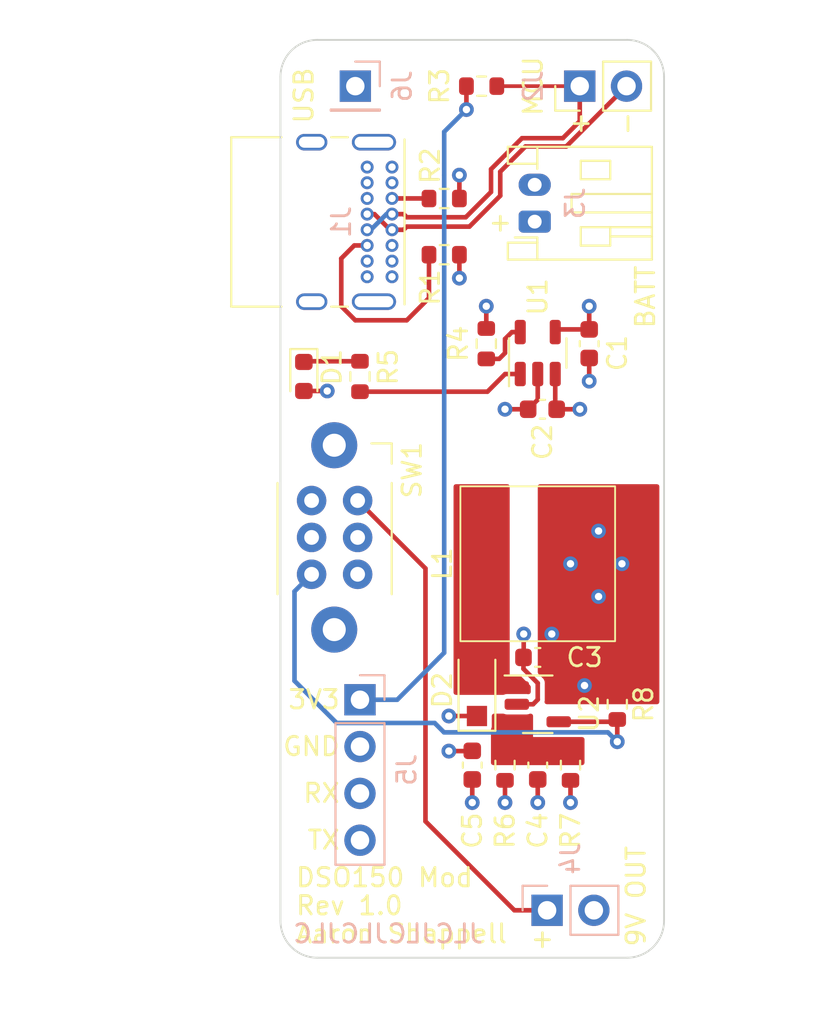
<source format=kicad_pcb>
(kicad_pcb (version 20211014) (generator pcbnew)
  (title_block (title "DSO150 Mod") (date "2022-09-12") (rev "1.0") (company "Aaron Shappell"))
  (layers (0 "F.Cu" signal) (1 "In1.Cu" power) (2 "In2.Cu" power) (31 "B.Cu" signal) (34 "B.Paste" user) (35 "F.Paste" user) (36 "B.SilkS" user "B.Silkscreen") (37 "F.SilkS" user "F.Silkscreen") (38 "B.Mask" user) (39 "F.Mask" user) (44 "Edge.Cuts" user))
  (net 0 "")
  (net 1 "+5V")
  (net 2 "GND")
  (net 3 "+BATT")
  (net 4 "+9V")
  (net 5 "Net-(C4-Pad2)")
  (net 6 "Net-(D2-Pad2)")
  (net 7 "Net-(J1-PadA5)")
  (net 9 "Net-(J1-PadB5)")
  (net 11 "+3.3V")
  (net 12 "Net-(R4-Pad1)")
  (net 15 "Net-(D1-Pad1)")
  (net 17 "Net-(R5-Pad1)")
  (net 18 "/D+")
  (net 19 "/D-")
  (net 20 "Net-(J4-Pad1)")
  (net 21 "Net-(R8-Pad2)")
  (footprint "Connector_PinHeader_2.54mm:PinHeader_1x02_P2.54mm_Vertical" (layer "F.Cu") (at 155.443 75.692 90)
    (fp_text reference "J2" (at 0 -2.535 90) (layer "B.SilkS") (effects (justify mirror)))
    (fp_text value "Conn_01x02")
    (fp_line (start -1.33 0) (end -1.33 -1.33) (layer "F.SilkS") (width 0.12))
    (fp_line (start -1.33 3.87) (end 1.33 3.87) (layer "F.SilkS") (width 0.12))
    (fp_line (start -1.33 -1.33) (end 0 -1.33) (layer "F.SilkS") (width 0.12))
    (fp_line (start -1.33 1.27) (end 1.33 1.27) (layer "F.SilkS") (width 0.12))
    (fp_line (start 1.33 1.27) (end 1.33 3.87) (layer "F.SilkS") (width 0.12))
    (fp_line (start -1.33 1.27) (end -1.33 3.87) (layer "F.SilkS") (width 0.12))
    (pad "1" thru_hole rect (at 0 0 90) (size 1.7 1.7) (drill 1) (layers *.Cu *.Mask) (net 18 "/D+"))
    (pad "2" thru_hole oval (at 0 2.54 90) (size 1.7 1.7) (drill 1) (layers *.Cu *.Mask) (net 19 "/D-"))
  )
  (footprint "Connector_JST:JST_PH_S2B-PH-K_1x02_P2.00mm_Horizontal" (layer "F.Cu") (at 152.998 83.042 90)
    (fp_text reference "J3" (at 1 2.196 90) (layer "B.SilkS") (effects (justify mirror)))
    (fp_text value "Conn_01x02")
    (fp_line (start 4.06 6.36) (end 4.06 -1.46) (layer "F.SilkS") (width 0.12))
    (fp_line (start 3.3 2.5) (end 3.3 4.1) (layer "F.SilkS") (width 0.12))
    (fp_line (start 1.5 2) (end 1.5 6.36) (layer "F.SilkS") (width 0.12))
    (fp_line (start 2.3 4.1) (end 2.3 2.5) (layer "F.SilkS") (width 0.12))
    (fp_line (start -0.8 4.1) (end -0.8 6.36) (layer "F.SilkS") (width 0.12))
    (fp_line (start -0.86 0.14) (end -1.14 0.14) (layer "F.SilkS") (width 0.12))
    (fp_line (start -2.06 -1.46) (end -2.06 6.36) (layer "F.SilkS") (width 0.12))
    (fp_line (start 4.06 0.14) (end 3.14 0.14) (layer "F.SilkS") (width 0.12))
    (fp_line (start 3.14 0.14) (end 2.86 0.14) (layer "F.SilkS") (width 0.12))
    (fp_line (start -0.3 2.5) (end -1.3 2.5) (layer "F.SilkS") (width 0.12))
    (fp_line (start -0.3 4.1) (end -0.3 6.36) (layer "F.SilkS") (width 0.12))
    (fp_line (start 4.06 -1.46) (end 3.14 -1.46) (layer "F.SilkS") (width 0.12))
    (fp_line (start -0.3 4.1) (end -0.3 2.5) (layer "F.SilkS") (width 0.12))
    (fp_line (start -2.06 0.14) (end -1.14 0.14) (layer "F.SilkS") (width 0.12))
    (fp_line (start -0.86 0.14) (end -0.86 -1.075) (layer "F.SilkS") (width 0.12))
    (fp_line (start 3.3 4.1) (end 2.3 4.1) (layer "F.SilkS") (width 0.12))
    (fp_line (start 2.3 2.5) (end 3.3 2.5) (layer "F.SilkS") (width 0.12))
    (fp_line (start -1.3 4.1) (end -0.3 4.1) (layer "F.SilkS") (width 0.12))
    (fp_line (start -1.14 -1.46) (end -2.06 -1.46) (layer "F.SilkS") (width 0.12))
    (fp_line (start -1.14 0.14) (end -1.14 -1.46) (layer "F.SilkS") (width 0.12))
    (fp_line (start -1.3 2.5) (end -1.3 4.1) (layer "F.SilkS") (width 0.12))
    (fp_line (start -2.06 6.36) (end 4.06 6.36) (layer "F.SilkS") (width 0.12))
    (fp_line (start 3.14 -1.46) (end 3.14 0.14) (layer "F.SilkS") (width 0.12))
    (fp_line (start 0.5 2) (end 1.5 2) (layer "F.SilkS") (width 0.12))
    (fp_line (start 0.5 6.36) (end 0.5 2) (layer "F.SilkS") (width 0.12))
    (pad "1" thru_hole roundrect (at 0 0 90) (size 1.2 1.75) (drill 0.75) (layers *.Cu *.Mask) (roundrect_rratio 0.2083333333) (net 3 "+BATT"))
    (pad "2" thru_hole oval (at 2 0 90) (size 1.2 1.75) (drill 0.75) (layers *.Cu *.Mask) (net 2 "GND"))
  )
  (footprint "Capacitor_SMD:C_0603_1608Metric" (layer "F.Cu") (at 153.416 93.218 180)
    (fp_text reference "C2" (at 0 -1.778 90) (layer "F.SilkS"))
    (fp_text value "4.7u")
    (fp_line (start -0.14058 0.51) (end 0.14058 0.51) (layer "F.SilkS") (width 0.12))
    (fp_line (start -0.14058 -0.51) (end 0.14058 -0.51) (layer "F.SilkS") (width 0.12))
    (pad "1" smd roundrect (at -0.775 0 180) (size 0.9 0.95) (layers "F.Cu" "F.Paste" "F.Mask") (net 3 "+BATT"))
    (pad "2" smd roundrect (at 0.775 0 180) (size 0.9 0.95) (layers "F.Cu" "F.Paste" "F.Mask") (net 2 "GND"))
  )
  (footprint "Resistor_SMD:R_0603_1608Metric" (layer "F.Cu") (at 150.368 89.662 90)
    (fp_text reference "R4" (at 0 -1.524 90) (layer "F.SilkS"))
    (fp_text value "2k")
    (fp_line (start -0.237258 -0.5225) (end 0.237258 -0.5225) (layer "F.SilkS") (width 0.12))
    (fp_line (start -0.237258 0.5225) (end 0.237258 0.5225) (layer "F.SilkS") (width 0.12))
    (pad "1" smd roundrect (at -0.825 0 90) (size 0.8 0.95) (layers "F.Cu" "F.Paste" "F.Mask") (net 12 "Net-(R4-Pad1)"))
    (pad "2" smd roundrect (at 0.825 0 90) (size 0.8 0.95) (layers "F.Cu" "F.Paste" "F.Mask") (net 2 "GND"))
  )
  (footprint "Capacitor_SMD:C_0603_1608Metric" (layer "F.Cu") (at 153.162 112.522 90)
    (fp_text reference "C4" (at -3.556 0 90) (layer "F.SilkS"))
    (fp_text value "470p")
    (fp_line (start -0.14058 0.51) (end 0.14058 0.51) (layer "F.SilkS") (width 0.12))
    (fp_line (start -0.14058 -0.51) (end 0.14058 -0.51) (layer "F.SilkS") (width 0.12))
    (pad "1" smd roundrect (at -0.775 0 90) (size 0.9 0.95) (layers "F.Cu" "F.Paste" "F.Mask") (net 4 "+9V"))
    (pad "2" smd roundrect (at 0.775 0 90) (size 0.9 0.95) (layers "F.Cu" "F.Paste" "F.Mask") (net 5 "Net-(C4-Pad2)"))
  )
  (footprint "Resistor_SMD:R_0603_1608Metric" (layer "F.Cu") (at 150.114 75.692)
    (fp_text reference "R3" (at -2.286 0 90) (layer "F.SilkS"))
    (fp_text value "1.5k")
    (fp_line (start -0.237258 0.5225) (end 0.237258 0.5225) (layer "F.SilkS") (width 0.12))
    (fp_line (start -0.237258 -0.5225) (end 0.237258 -0.5225) (layer "F.SilkS") (width 0.12))
    (pad "1" smd roundrect (at -0.825 0) (size 0.8 0.95) (layers "F.Cu" "F.Paste" "F.Mask") (net 11 "+3.3V"))
    (pad "2" smd roundrect (at 0.825 0) (size 0.8 0.95) (layers "F.Cu" "F.Paste" "F.Mask") (net 18 "/D+"))
  )
  (footprint "Capacitor_SMD:C_0603_1608Metric" (layer "F.Cu") (at 153.162 106.68 180)
    (fp_text reference "C3" (at -2.54 0) (layer "F.SilkS"))
    (fp_text value "2.2u")
    (fp_line (start -0.14058 -0.51) (end 0.14058 -0.51) (layer "F.SilkS") (width 0.12))
    (fp_line (start -0.14058 0.51) (end 0.14058 0.51) (layer "F.SilkS") (width 0.12))
    (pad "1" smd roundrect (at -0.775 0 180) (size 0.9 0.95) (layers "F.Cu" "F.Paste" "F.Mask") (net 3 "+BATT"))
    (pad "2" smd roundrect (at 0.775 0 180) (size 0.9 0.95) (layers "F.Cu" "F.Paste" "F.Mask") (net 2 "GND"))
  )
  (footprint "Capacitor_SMD:C_0603_1608Metric" (layer "F.Cu") (at 149.606 112.522 90)
    (fp_text reference "C5" (at -3.556 0 90) (layer "F.SilkS"))
    (fp_text value "10u")
    (fp_line (start -0.14058 -0.51) (end 0.14058 -0.51) (layer "F.SilkS") (width 0.12))
    (fp_line (start -0.14058 0.51) (end 0.14058 0.51) (layer "F.SilkS") (width 0.12))
    (pad "1" smd roundrect (at -0.775 0 90) (size 0.9 0.95) (layers "F.Cu" "F.Paste" "F.Mask") (net 4 "+9V"))
    (pad "2" smd roundrect (at 0.775 0 90) (size 0.9 0.95) (layers "F.Cu" "F.Paste" "F.Mask") (net 2 "GND"))
  )
  (footprint "dso150_mod:L_Bourns_SRR0745A" (layer "F.Cu") (at 153.162 101.6 180)
    (fp_text reference "L1" (at 5.182 0 270) (layer "F.SilkS"))
    (fp_text value "12u")
    (fp_rect (start -4.2 -4.2) (end 4.2 4.2) (layer "F.SilkS") (width 0.1) (fill none))
    (pad "1" smd rect (at -3.15 0 180) (size 1.5 2.4) (layers "F.Cu" "F.Paste" "F.Mask") (net 3 "+BATT"))
    (pad "2" smd rect (at 3.15 0 180) (size 1.5 2.4) (layers "F.Cu" "F.Paste" "F.Mask") (net 6 "Net-(D2-Pad2)"))
  )
  (footprint "LED_SMD:LED_0603_1608Metric" (layer "F.Cu") (at 140.462 91.44 -90)
    (fp_text reference "D1" (at -0.508 -1.524 90) (layer "F.SilkS"))
    (fp_text value "LED")
    (fp_line (start 0.8 -0.735) (end -1.485 -0.735) (layer "F.SilkS") (width 0.12))
    (fp_line (start -1.485 0.735) (end 0.8 0.735) (layer "F.SilkS") (width 0.12))
    (fp_line (start -1.485 -0.735) (end -1.485 0.735) (layer "F.SilkS") (width 0.12))
    (pad "1" smd roundrect (at -0.7875 0 270) (size 0.875 0.95) (layers "F.Cu" "F.Paste" "F.Mask") (net 15 "Net-(D1-Pad1)"))
    (pad "2" smd roundrect (at 0.7875 0 270) (size 0.875 0.95) (layers "F.Cu" "F.Paste" "F.Mask") (net 1 "+5V"))
  )
  (footprint "Resistor_SMD:R_0603_1608Metric" (layer "F.Cu") (at 148.082 81.788)
    (fp_text reference "R2" (at -0.762 -1.778 90) (layer "F.SilkS"))
    (fp_text value "5.1k")
    (fp_line (start -0.237258 -0.5225) (end 0.237258 -0.5225) (layer "F.SilkS") (width 0.12))
    (fp_line (start -0.237258 0.5225) (end 0.237258 0.5225) (layer "F.SilkS") (width 0.12))
    (pad "1" smd roundrect (at -0.825 0) (size 0.8 0.95) (layers "F.Cu" "F.Paste" "F.Mask") (net 7 "Net-(J1-PadA5)"))
    (pad "2" smd roundrect (at 0.825 0) (size 0.8 0.95) (layers "F.Cu" "F.Paste" "F.Mask") (net 2 "GND"))
  )
  (footprint "Capacitor_SMD:C_0603_1608Metric" (layer "F.Cu") (at 155.956 89.662 -90)
    (fp_text reference "C1" (at 0.508 -1.524 90) (layer "F.SilkS"))
    (fp_text value "4.7u")
    (fp_line (start -0.14058 -0.51) (end 0.14058 -0.51) (layer "F.SilkS") (width 0.12))
    (fp_line (start -0.14058 0.51) (end 0.14058 0.51) (layer "F.SilkS") (width 0.12))
    (pad "1" smd roundrect (at -0.775 0 270) (size 0.9 0.95) (layers "F.Cu" "F.Paste" "F.Mask") (net 1 "+5V"))
    (pad "2" smd roundrect (at 0.775 0 270) (size 0.9 0.95) (layers "F.Cu" "F.Paste" "F.Mask") (net 2 "GND"))
  )
  (footprint "dso150_mod:SW_E-Switch_EG2208_DPDT_Angled" (layer "F.Cu") (at 143.383 98.171 -90)
    (fp_text reference "SW1" (at -1.651 -2.95 -90) (layer "F.SilkS"))
    (fp_text value "EG2208")
    (fp_line (start -3.1 -0.75) (end -3.1 -1.85) (layer "F.SilkS") (width 0.12))
    (fp_line (start -0.95 -1.85) (end 5.08 -1.85) (layer "F.SilkS") (width 0.12))
    (fp_line (start 5.08 4.35) (end -0.95 4.35) (layer "F.SilkS") (width 0.12))
    (fp_line (start -3.1 -1.85) (end -2 -1.85) (layer "F.SilkS") (width 0.12))
    (pad "" thru_hole circle (at -3 1.27 270) (size 2.5 2.5) (drill 1.25) (layers *.Cu *.Mask))
    (pad "" thru_hole circle (at 7 1.27 270) (size 2.5 2.5) (drill 1.25) (layers *.Cu *.Mask))
    (pad "1" thru_hole circle (at 0 0 270) (size 1.6 1.6) (drill 0.8) (layers *.Cu *.Mask) (net 20 "Net-(J4-Pad1)"))
    (pad "2" thru_hole circle (at 2 0 270) (size 1.6 1.6) (drill 0.8) (layers *.Cu *.Mask) (net 4 "+9V"))
    (pad "3" thru_hole circle (at 4 0 270) (size 1.6 1.6) (drill 0.8) (layers *.Cu *.Mask))
    (pad "4" thru_hole circle (at 0 2.5 270) (size 1.6 1.6) (drill 0.8) (layers *.Cu *.Mask))
    (pad "5" thru_hole circle (at 2 2.5 270) (size 1.6 1.6) (drill 0.8) (layers *.Cu *.Mask) (net 2 "GND"))
    (pad "6" thru_hole circle (at 4 2.5 270) (size 1.6 1.6) (drill 0.8) (layers *.Cu *.Mask) (net 21 "Net-(R8-Pad2)"))
  )
  (footprint "Resistor_SMD:R_0603_1608Metric" (layer "F.Cu") (at 148.082 84.836)
    (fp_text reference "R1" (at -0.762 1.778 90) (layer "F.SilkS"))
    (fp_text value "5.1k")
    (fp_line (start -0.237258 0.5225) (end 0.237258 0.5225) (layer "F.SilkS") (width 0.12))
    (fp_line (start -0.237258 -0.5225) (end 0.237258 -0.5225) (layer "F.SilkS") (width 0.12))
    (pad "1" smd roundrect (at -0.825 0) (size 0.8 0.95) (layers "F.Cu" "F.Paste" "F.Mask") (net 9 "Net-(J1-PadB5)"))
    (pad "2" smd roundrect (at 0.825 0) (size 0.8 0.95) (layers "F.Cu" "F.Paste" "F.Mask") (net 2 "GND"))
  )
  (footprint "Resistor_SMD:R_0603_1608Metric" (layer "F.Cu") (at 143.51 91.44 90)
    (fp_text reference "R5" (at 0.508 1.524 90) (layer "F.SilkS"))
    (fp_text value "R")
    (fp_line (start -0.237258 -0.5225) (end 0.237258 -0.5225) (layer "F.SilkS") (width 0.12))
    (fp_line (start -0.237258 0.5225) (end 0.237258 0.5225) (layer "F.SilkS") (width 0.12))
    (pad "1" smd roundrect (at -0.825 0 90) (size 0.8 0.95) (layers "F.Cu" "F.Paste" "F.Mask") (net 17 "Net-(R5-Pad1)"))
    (pad "2" smd roundrect (at 0.825 0 90) (size 0.8 0.95) (layers "F.Cu" "F.Paste" "F.Mask") (net 15 "Net-(D1-Pad1)"))
  )
  (footprint "dso150_mod:USB_C_Receptacle_GCT_USB4085" (layer "F.Cu") (at 145.249 80.083 -90)
    (fp_text reference "J1" (at 2.975 2.755 -90) (layer "B.SilkS") (effects (justify mirror)))
    (fp_text value "USB_C_Receptacle_USB2.0")
    (fp_line (start -1.62 2.4) (end -1.62 3.3) (layer "F.SilkS") (width 0.12))
    (fp_line (start -1.5 -0.68) (end 7.45 -0.68) (layer "F.SilkS") (width 0.12))
    (fp_line (start 7.57 6) (end 7.57 8.73) (layer "F.SilkS") (width 0.12))
    (fp_line (start -1.62 8.73) (end 7.57 8.73) (layer "F.SilkS") (width 0.12))
    (fp_line (start -1.62 6) (end -1.62 8.73) (layer "F.SilkS") (width 0.12))
    (fp_line (start 7.57 2.4) (end 7.57 3.3) (layer "F.SilkS") (width 0.12))
    (pad "A1" thru_hole circle (at 0 0 270) (size 0.7 0.7) (drill 0.4) (layers *.Cu *.Mask) (net 2 "GND"))
    (pad "A4" thru_hole circle (at 0.85 0 270) (size 0.7 0.7) (drill 0.4) (layers *.Cu *.Mask) (net 1 "+5V"))
    (pad "A5" thru_hole circle (at 1.7 0 270) (size 0.7 0.7) (drill 0.4) (layers *.Cu *.Mask) (net 7 "Net-(J1-PadA5)"))
    (pad "A6" thru_hole circle (at 2.55 0 270) (size 0.7 0.7) (drill 0.4) (layers *.Cu *.Mask) (net 18 "/D+"))
    (pad "A7" thru_hole circle (at 3.4 0 270) (size 0.7 0.7) (drill 0.4) (layers *.Cu *.Mask) (net 19 "/D-"))
    (pad "A8" thru_hole circle (at 4.25 0 270) (size 0.7 0.7) (drill 0.4) (layers *.Cu *.Mask))
    (pad "A9" thru_hole circle (at 5.1 0 270) (size 0.7 0.7) (drill 0.4) (layers *.Cu *.Mask) (net 1 "+5V"))
    (pad "A12" thru_hole circle (at 5.95 0 270) (size 0.7 0.7) (drill 0.4) (layers *.Cu *.Mask) (net 2 "GND"))
    (pad "B1" thru_hole circle (at 5.95 1.35 270) (size 0.7 0.7) (drill 0.4) (layers *.Cu *.Mask) (net 2 "GND"))
    (pad "B4" thru_hole circle (at 5.1 1.35 270) (size 0.7 0.7) (drill 0.4) (layers *.Cu *.Mask) (net 1 "+5V"))
    (pad "B5" thru_hole circle (at 4.25 1.35 270) (size 0.7 0.7) (drill 0.4) (layers *.Cu *.Mask) (net 9 "Net-(J1-PadB5)"))
    (pad "B6" thru_hole circle (at 3.4 1.35 270) (size 0.7 0.7) (drill 0.4) (layers *.Cu *.Mask) (net 18 "/D+"))
    (pad "B7" thru_hole circle (at 2.55 1.35 270) (size 0.7 0.7) (drill 0.4) (layers *.Cu *.Mask) (net 19 "/D-"))
    (pad "B8" thru_hole circle (at 1.7 1.35 270) (size 0.7 0.7) (drill 0.4) (layers *.Cu *.Mask))
    (pad "B9" thru_hole circle (at 0.85 1.35 270) (size 0.7 0.7) (drill 0.4) (layers *.Cu *.Mask) (net 1 "+5V"))
    (pad "B12" thru_hole circle (at 0 1.35 270) (size 0.7 0.7) (drill 0.4) (layers *.Cu *.Mask) (net 2 "GND"))
    (pad "S1" thru_hole oval (at 7.3 0.98 270) (size 0.9 2.4) (drill oval 0.6 2.1) (layers *.Cu *.Mask) (net 2 "GND"))
    (pad "S1" thru_hole oval (at -1.35 4.36 270) (size 0.9 1.7) (drill oval 0.6 1.4) (layers *.Cu *.Mask) (net 2 "GND"))
    (pad "S1" thru_hole oval (at 7.3 4.36 270) (size 0.9 1.7) (drill oval 0.6 1.4) (layers *.Cu *.Mask) (net 2 "GND"))
    (pad "S1" thru_hole oval (at -1.35 0.98 270) (size 0.9 2.4) (drill oval 0.6 2.1) (layers *.Cu *.Mask) (net 2 "GND"))
  )
  (footprint "Package_TO_SOT_SMD:SOT-23-5" (layer "F.Cu") (at 153.162 90.17 90)
    (fp_text reference "U1" (at 3.048 0 90) (layer "F.SilkS"))
    (fp_text value "MCP73832-2-OT")
    (fp_line (start 0 -1.56) (end -1.8 -1.56) (layer "F.SilkS") (width 0.12))
    (fp_line (start 0 1.56) (end -0.8 1.56) (layer "F.SilkS") (width 0.12))
    (fp_line (start 0 1.56) (end 0.8 1.56) (layer "F.SilkS") (width 0.12))
    (fp_line (start 0 -1.56) (end 0.8 -1.56) (layer "F.SilkS") (width 0.12))
    (pad "1" smd roundrect (at -1.1375 -0.95 90) (size 1.325 0.6) (layers "F.Cu" "F.Paste" "F.Mask") (net 17 "Net-(R5-Pad1)"))
    (pad "2" smd roundrect (at -1.1375 0 90) (size 1.325 0.6) (layers "F.Cu" "F.Paste" "F.Mask") (net 2 "GND"))
    (pad "3" smd roundrect (at -1.1375 0.95 90) (size 1.325 0.6) (layers "F.Cu" "F.Paste" "F.Mask") (net 3 "+BATT"))
    (pad "4" smd roundrect (at 1.1375 0.95 90) (size 1.325 0.6) (layers "F.Cu" "F.Paste" "F.Mask") (net 1 "+5V"))
    (pad "5" smd roundrect (at 1.1375 -0.95 90) (size 1.325 0.6) (layers "F.Cu" "F.Paste" "F.Mask") (net 12 "Net-(R4-Pad1)"))
  )
  (footprint "Resistor_SMD:R_0603_1608Metric" (layer "F.Cu") (at 151.384 112.522 90)
    (fp_text reference "R6" (at -3.556 0 90) (layer "F.SilkS"))
    (fp_text value "86.6k")
    (fp_line (start -0.237258 0.5225) (end 0.237258 0.5225) (layer "F.SilkS") (width 0.12))
    (fp_line (start -0.237258 -0.5225) (end 0.237258 -0.5225) (layer "F.SilkS") (width 0.12))
    (pad "1" smd roundrect (at -0.825 0 90) (size 0.8 0.95) (layers "F.Cu" "F.Paste" "F.Mask") (net 4 "+9V"))
    (pad "2" smd roundrect (at 0.825 0 90) (size 0.8 0.95) (layers "F.Cu" "F.Paste" "F.Mask") (net 5 "Net-(C4-Pad2)"))
  )
  (footprint "Diode_SMD:D_SOD-123F" (layer "F.Cu") (at 149.86 108.458 90)
    (fp_text reference "D2" (at 0 -1.88 270) (layer "F.SilkS"))
    (fp_text value "MBR1020VL")
    (fp_line (start -2.2 -1) (end 1.65 -1) (layer "F.SilkS") (width 0.12))
    (fp_line (start -2.2 -1) (end -2.2 1) (layer "F.SilkS") (width 0.12))
    (fp_line (start -2.2 1) (end 1.65 1) (layer "F.SilkS") (width 0.12))
    (pad "1" smd rect (at -1.4 0 90) (size 1.1 1.1) (layers "F.Cu" "F.Paste" "F.Mask") (net 4 "+9V"))
    (pad "2" smd rect (at 1.4 0 90) (size 1.1 1.1) (layers "F.Cu" "F.Paste" "F.Mask") (net 6 "Net-(D2-Pad2)"))
  )
  (footprint "Resistor_SMD:R_0603_1608Metric" (layer "F.Cu") (at 157.48 109.22 -90)
    (fp_text reference "R8" (at 0 -1.43 90) (layer "F.SilkS"))
    (fp_text value "50k")
    (fp_line (start -0.237258 0.5225) (end 0.237258 0.5225) (layer "F.SilkS") (width 0.12))
    (fp_line (start -0.237258 -0.5225) (end 0.237258 -0.5225) (layer "F.SilkS") (width 0.12))
    (pad "1" smd roundrect (at -0.825 0 270) (size 0.8 0.95) (layers "F.Cu" "F.Paste" "F.Mask") (net 3 "+BATT"))
    (pad "2" smd roundrect (at 0.825 0 270) (size 0.8 0.95) (layers "F.Cu" "F.Paste" "F.Mask") (net 21 "Net-(R8-Pad2)"))
  )
  (footprint "Resistor_SMD:R_0603_1608Metric" (layer "F.Cu") (at 154.94 112.522 -90)
    (fp_text reference "R7" (at 3.556 0 90) (layer "F.SilkS"))
    (fp_text value "13.3k")
    (fp_line (start -0.237258 0.5225) (end 0.237258 0.5225) (layer "F.SilkS") (width 0.12))
    (fp_line (start -0.237258 -0.5225) (end 0.237258 -0.5225) (layer "F.SilkS") (width 0.12))
    (pad "1" smd roundrect (at -0.825 0 270) (size 0.8 0.95) (layers "F.Cu" "F.Paste" "F.Mask") (net 5 "Net-(C4-Pad2)"))
    (pad "2" smd roundrect (at 0.825 0 270) (size 0.8 0.95) (layers "F.Cu" "F.Paste" "F.Mask") (net 2 "GND"))
  )
  (footprint "Package_TO_SOT_SMD:SOT-23-5" (layer "F.Cu") (at 153.162 109.22)
    (fp_text reference "U2" (at 2.794 0.508 270) (layer "F.SilkS"))
    (fp_text value "LMR62014XMF")
    (fp_line (start 0 1.56) (end 0.8 1.56) (layer "F.SilkS") (width 0.12))
    (fp_line (start 0 -1.56) (end 0.8 -1.56) (layer "F.SilkS") (width 0.12))
    (fp_line (start 0 -1.56) (end -1.8 -1.56) (layer "F.SilkS") (width 0.12))
    (fp_line (start 0 1.56) (end -0.8 1.56) (layer "F.SilkS") (width 0.12))
    (pad "1" smd roundrect (at -1.1375 -0.95) (size 1.325 0.6) (layers "F.Cu" "F.Paste" "F.Mask") (net 6 "Net-(D2-Pad2)"))
    (pad "2" smd roundrect (at -1.1375 0) (size 1.325 0.6) (layers "F.Cu" "F.Paste" "F.Mask") (net 2 "GND"))
    (pad "3" smd roundrect (at -1.1375 0.95) (size 1.325 0.6) (layers "F.Cu" "F.Paste" "F.Mask") (net 5 "Net-(C4-Pad2)"))
    (pad "4" smd roundrect (at 1.1375 0.95) (size 1.325 0.6) (layers "F.Cu" "F.Paste" "F.Mask") (net 21 "Net-(R8-Pad2)"))
    (pad "5" smd roundrect (at 1.1375 -0.95) (size 1.325 0.6) (layers "F.Cu" "F.Paste" "F.Mask") (net 3 "+BATT"))
  )
  (footprint "Connector_PinHeader_2.54mm:PinHeader_1x01_P2.54mm_Vertical" (layer "B.Cu") (at 143.256 75.692 180)
    (fp_text reference "J6" (at -2.54 0 90) (layer "B.SilkS") (effects (justify mirror)))
    (fp_text value "Conn_01x01")
    (fp_line (start -1.33 -1.27) (end 1.33 -1.27) (layer "B.SilkS") (width 0.12))
    (fp_line (start -1.33 -1.33) (end 1.33 -1.33) (layer "B.SilkS") (width 0.12))
    (fp_line (start 1.33 -1.27) (end 1.33 -1.33) (layer "B.SilkS") (width 0.12))
    (fp_line (start -1.33 0) (end -1.33 1.33) (layer "B.SilkS") (width 0.12))
    (fp_line (start -1.33 -1.27) (end -1.33 -1.33) (layer "B.SilkS") (width 0.12))
    (fp_line (start -1.33 1.33) (end 0 1.33) (layer "B.SilkS") (width 0.12))
    (pad "1" thru_hole rect (at 0 0 180) (size 1.7 1.7) (drill 1) (layers *.Cu *.Mask))
  )
  (footprint "Connector_PinHeader_2.54mm:PinHeader_1x02_P2.54mm_Vertical" (layer "B.Cu") (at 153.67 120.396 -90)
    (fp_text reference "J4" (at -2.794 -1.27 90) (layer "B.SilkS") (effects (justify mirror)))
    (fp_text value "Conn_01x02")
    (fp_line (start -1.33 0) (end -1.33 1.33) (layer "B.SilkS") (width 0.12))
    (fp_line (start 1.33 -1.27) (end 1.33 -3.87) (layer "B.SilkS") (width 0.12))
    (fp_line (start -1.33 -1.27) (end -1.33 -3.87) (layer "B.SilkS") (width 0.12))
    (fp_line (start -1.33 1.33) (end 0 1.33) (layer "B.SilkS") (width 0.12))
    (fp_line (start -1.33 -1.27) (end 1.33 -1.27) (layer "B.SilkS") (width 0.12))
    (fp_line (start -1.33 -3.87) (end 1.33 -3.87) (layer "B.SilkS") (width 0.12))
    (pad "1" thru_hole rect (at 0 0 270) (size 1.7 1.7) (drill 1) (layers *.Cu *.Mask) (net 20 "Net-(J4-Pad1)"))
    (pad "2" thru_hole oval (at 0 -2.54 270) (size 1.7 1.7) (drill 1) (layers *.Cu *.Mask) (net 2 "GND"))
  )
  (footprint "Connector_PinHeader_2.54mm:PinHeader_1x04_P2.54mm_Vertical" (layer "B.Cu") (at 143.51 108.976 180)
    (fp_text reference "J5" (at -2.54 -3.8 90) (layer "B.SilkS") (effects (justify mirror)))
    (fp_text value "Conn_01x04")
    (fp_line (start -1.33 -8.95) (end 1.33 -8.95) (layer "B.SilkS") (width 0.12))
    (fp_line (start -1.33 -1.27) (end 1.33 -1.27) (layer "B.SilkS") (width 0.12))
    (fp_line (start -1.33 -1.27) (end -1.33 -8.95) (layer "B.SilkS") (width 0.12))
    (fp_line (start -1.33 1.33) (end 0 1.33) (layer "B.SilkS") (width 0.12))
    (fp_line (start 1.33 -1.27) (end 1.33 -8.95) (layer "B.SilkS") (width 0.12))
    (fp_line (start -1.33 0) (end -1.33 1.33) (layer "B.SilkS") (width 0.12))
    (pad "1" thru_hole rect (at 0 0 180) (size 1.7 1.7) (drill 1) (layers *.Cu *.Mask) (net 11 "+3.3V"))
    (pad "2" thru_hole oval (at 0 -2.54 180) (size 1.7 1.7) (drill 1) (layers *.Cu *.Mask) (net 2 "GND"))
    (pad "3" thru_hole oval (at 0 -5.08 180) (size 1.7 1.7) (drill 1) (layers *.Cu *.Mask))
    (pad "4" thru_hole oval (at 0 -7.62 180) (size 1.7 1.7) (drill 1) (layers *.Cu *.Mask))
  )
  (gr_line (start 139.192 75.184) (end 139.192 120.968) (layer "Edge.Cuts") (width 0.1))
  (gr_line (start 141.192 122.968) (end 158.02 122.968) (layer "Edge.Cuts") (width 0.1))
  (gr_arc (start 141.192 122.968) (mid 139.777786 122.382214) (end 139.192 120.968) (layer "Edge.Cuts") (width 0.1))
  (gr_line (start 158.02 73.184) (end 141.192 73.184) (layer "Edge.Cuts") (width 0.1))
  (gr_arc (start 158.02 73.184) (mid 159.434214 73.769786) (end 160.02 75.184) (layer "Edge.Cuts") (width 0.1))
  (gr_arc (start 160.02 120.968) (mid 159.434214 122.382214) (end 158.02 122.968) (layer "Edge.Cuts") (width 0.1))
  (gr_line (start 160.02 120.968) (end 160.02 75.184) (layer "Edge.Cuts") (width 0.1))
  (gr_arc (start 139.192 75.184) (mid 139.777786 73.769786) (end 141.192 73.184) (layer "Edge.Cuts") (width 0.1))
  (gr_text "JLCJLCJLCJLC" (at 145.034 121.666) (layer "B.SilkS") (effects (font (size 1 1)) (justify mirror)))
  (gr_text "BATT" (at 159.004 87.122 90) (layer "F.SilkS") (effects (font (size 1 1))))
  (gr_text "RX" (at 142.494 114.046) (layer "F.SilkS") (effects (font (size 1 1)) (justify right)))
  (gr_text "USB" (at 140.462 76.2 90) (layer "F.SilkS") (effects (font (size 1 1))))
  (gr_text "-" (at 157.988 77.724 90) (layer "F.SilkS") (effects (font (size 1 1))))
  (gr_text "Aaron Shappell" (at 139.954 121.666) (layer "F.SilkS") (effects (font (size 1 1)) (justify left)))
  (gr_text "9V OUT" (at 158.496 119.634 90) (layer "F.SilkS") (effects (font (size 1 1))))
  (gr_text "TX" (at 142.494 116.586) (layer "F.SilkS") (effects (font (size 1 1)) (justify right)))
  (gr_text "MCU" (at 152.908 75.692 90) (layer "F.SilkS") (effects (font (size 1 1))))
  (gr_text "Rev 1.0" (at 139.954 120.142) (layer "F.SilkS") (effects (font (size 1 1)) (justify left)))
  (gr_text "+" (at 153.416 121.92) (layer "F.SilkS") (effects (font (size 1 1))))
  (gr_text "GND" (at 142.494 111.506) (layer "F.SilkS") (effects (font (size 1 1)) (justify right)))
  (gr_text "3V3" (at 142.494 108.966) (layer "F.SilkS") (effects (font (size 1 1)) (justify right)))
  (gr_text "+" (at 151.13 83.058) (layer "F.SilkS") (effects (font (size 1 1))))
  (gr_text "DSO150 Mod" (at 139.954 118.618) (layer "F.SilkS") (effects (font (size 1 1)) (justify left)))
  (gr_text "+" (at 155.448 77.724 90) (layer "F.SilkS") (effects (font (size 1 1))))
  (segment (start 155.956 87.63) (end 155.956 88.887) (width 0.25) (layer "F.Cu") (net 1))
  (segment (start 141.732 92.2275) (end 140.462 92.2275) (width 0.25) (layer "F.Cu") (net 1))
  (segment (start 155.956 88.887) (end 154.2575 88.887) (width 0.25) (layer "F.Cu") (net 1))
  (segment (start 154.2575 88.887) (end 154.112 89.0325) (width 0.25) (layer "F.Cu") (net 1))
  (via (at 141.732 92.2275) (size 0.8) (drill 0.4) (layers "F.Cu" "B.Cu") (net 1))
  (via (at 155.956 87.63) (size 0.8) (drill 0.4) (layers "F.Cu" "B.Cu") (net 1))
  (segment (start 153.162 108.966) (end 153.162 108.073249) (width 0.25) (layer "F.Cu") (net 2))
  (segment (start 149.593 111.76) (end 149.606 111.747) (width 0.25) (layer "F.Cu") (net 2))
  (segment (start 152.387 107.298249) (end 152.387 106.68) (width 0.25) (layer "F.Cu") (net 2))
  (segment (start 150.368 87.63) (end 150.368 88.837) (width 0.25) (layer "F.Cu") (net 2))
  (segment (start 153.162 92.697) (end 152.641 93.218) (width 0.25) (layer "F.Cu") (net 2))
  (segment (start 152.4 105.41) (end 152.4 106.667) (width 0.25) (layer "F.Cu") (net 2))
  (segment (start 154.94 114.554) (end 154.94 113.347) (width 0.25) (layer "F.Cu") (net 2))
  (segment (start 148.907 86.106) (end 148.907 84.836) (width 0.25) (layer "F.Cu") (net 2))
  (segment (start 153.162 108.073249) (end 152.387 107.298249) (width 0.25) (layer "F.Cu") (net 2))
  (segment (start 148.907 80.518) (end 148.907 81.788) (width 0.25) (layer "F.Cu") (net 2))
  (segment (start 152.4 106.667) (end 152.387 106.68) (width 0.25) (layer "F.Cu") (net 2))
  (segment (start 152.908 109.22) (end 153.162 108.966) (width 0.25) (layer "F.Cu") (net 2))
  (segment (start 148.336 111.76) (end 149.593 111.76) (width 0.25) (layer "F.Cu") (net 2))
  (segment (start 155.956 91.694) (end 155.956 90.437) (width 0.25) (layer "F.Cu") (net 2))
  (segment (start 152.0245 109.22) (end 152.908 109.22) (width 0.25) (layer "F.Cu") (net 2))
  (segment (start 153.162 91.3075) (end 153.162 92.697) (width 0.25) (layer "F.Cu") (net 2))
  (segment (start 151.384 93.218) (end 152.641 93.218) (width 0.25) (layer "F.Cu") (net 2))
  (via (at 152.4 105.41) (size 0.8) (drill 0.4) (layers "F.Cu" "B.Cu") (net 2))
  (via (at 151.384 93.218) (size 0.8) (drill 0.4) (layers "F.Cu" "B.Cu") (net 2))
  (via (at 150.368 87.63) (size 0.8) (drill 0.4) (layers "F.Cu" "B.Cu") (net 2))
  (via (at 148.336 111.76) (size 0.8) (drill 0.4) (layers "F.Cu" "B.Cu") (net 2))
  (via (at 148.907 80.518) (size 0.8) (drill 0.4) (layers "F.Cu" "B.Cu") (net 2))
  (via (at 155.956 91.694) (size 0.8) (drill 0.4) (layers "F.Cu" "B.Cu") (net 2))
  (via (at 148.907 86.106) (size 0.8) (drill 0.4) (layers "F.Cu" "B.Cu") (net 2))
  (via (at 154.94 114.554) (size 0.8) (drill 0.4) (layers "F.Cu" "B.Cu") (net 2))
  (segment (start 154.112 93.139) (end 154.191 93.218) (width 0.25) (layer "F.Cu") (net 3))
  (segment (start 155.448 93.218) (end 154.191 93.218) (width 0.25) (layer "F.Cu") (net 3))
  (segment (start 154.112 91.3075) (end 154.112 93.139) (width 0.25) (layer "F.Cu") (net 3))
  (via (at 155.448 93.218) (size 0.8) (drill 0.4) (layers "F.Cu" "B.Cu") (net 3))
  (via (at 154.94 101.6) (size 0.8) (drill 0.4) (layers "F.Cu" "B.Cu") (net 3))
  (via (at 157.734 101.6) (size 0.8) (drill 0.4) (layers "F.Cu" "B.Cu") (net 3))
  (via (at 156.464 99.822) (size 0.8) (drill 0.4) (layers "F.Cu" "B.Cu") (net 3))
  (via (at 153.924 105.41) (size 0.8) (drill 0.4) (layers "F.Cu" "B.Cu") (net 3))
  (via (at 156.464 103.378) (size 0.8) (drill 0.4) (layers "F.Cu" "B.Cu") (net 3))
  (via (at 155.702 108.204) (size 0.8) (drill 0.4) (layers "F.Cu" "B.Cu") (net 3))
  (segment (start 148.336 109.858) (end 149.86 109.858) (width 0.25) (layer "F.Cu") (net 4))
  (segment (start 149.606 114.554) (end 149.606 113.297) (width 0.25) (layer "F.Cu") (net 4))
  (segment (start 151.384 114.554) (end 151.384 113.347) (width 0.25) (layer "F.Cu") (net 4))
  (segment (start 153.162 114.554) (end 153.162 113.297) (width 0.25) (layer "F.Cu") (net 4))
  (via (at 149.606 114.554) (size 0.8) (drill 0.4) (layers "F.Cu" "B.Cu") (net 4))
  (via (at 153.162 114.554) (size 0.8) (drill 0.4) (layers "F.Cu" "B.Cu") (net 4))
  (via (at 148.336 109.858) (size 0.8) (drill 0.4) (layers "F.Cu" "B.Cu") (net 4))
  (via (at 151.384 114.554) (size 0.8) (drill 0.4) (layers "F.Cu" "B.Cu") (net 4))
  (segment (start 145.249 81.783) (end 147.252 81.783) (width 0.25) (layer "F.Cu") (net 7))
  (segment (start 147.252 81.783) (end 147.257 81.788) (width 0.25) (layer "F.Cu") (net 7))
  (segment (start 142.494 87.63) (end 142.494 85.039513) (width 0.25) (layer "F.Cu") (net 9))
  (segment (start 147.257 84.836) (end 147.257 87.185) (width 0.25) (layer "F.Cu") (net 9))
  (segment (start 143.256 88.392) (end 142.494 87.63) (width 0.25) (layer "F.Cu") (net 9))
  (segment (start 146.05 88.392) (end 143.256 88.392) (width 0.25) (layer "F.Cu") (net 9))
  (segment (start 147.257 87.185) (end 146.05 88.392) (width 0.25) (layer "F.Cu") (net 9))
  (segment (start 143.200513 84.333) (end 143.899 84.333) (width 0.25) (layer "F.Cu") (net 9))
  (segment (start 142.494 85.039513) (end 143.200513 84.333) (width 0.25) (layer "F.Cu") (net 9))
  (segment (start 149.289 76.962) (end 149.289 75.692) (width 0.25) (layer "F.Cu") (net 11))
  (via (at 149.289 76.962) (size 0.8) (drill 0.4) (layers "F.Cu" "B.Cu") (net 11))
  (segment (start 149.289 76.962) (end 148.082 78.169) (width 0.25) (layer "B.Cu") (net 11))
  (segment (start 147.828 106.68) (end 148.082 106.426) (width 0.25) (layer "B.Cu") (net 11))
  (segment (start 148.082 78.169) (end 148.082 80.518) (width 0.25) (layer "B.Cu") (net 11))
  (segment (start 143.51 108.976) (end 145.532 108.976) (width 0.25) (layer "B.Cu") (net 11))
  (segment (start 148.082 106.426) (end 148.082 80.518) (width 0.25) (layer "B.Cu") (net 11))
  (segment (start 145.532 108.976) (end 147.828 106.68) (width 0.25) (layer "B.Cu") (net 11))
  (segment (start 151.067 90.487) (end 151.384 90.17) (width 0.25) (layer "F.Cu") (net 12))
  (segment (start 152.212 89.0325) (end 151.7595 89.0325) (width 0.25) (layer "F.Cu") (net 12))
  (segment (start 150.368 90.487) (end 151.067 90.487) (width 0.25) (layer "F.Cu") (net 12))
  (segment (start 151.384 90.17) (end 151.384 89.408) (width 0.25) (layer "F.Cu") (net 12))
  (segment (start 151.7595 89.0325) (end 151.384 89.408) (width 0.25) (layer "F.Cu") (net 12))
  (segment (start 140.4995 90.615) (end 140.462 90.6525) (width 0.25) (layer "F.Cu") (net 15))
  (segment (start 143.51 90.615) (end 140.4995 90.615) (width 0.25) (layer "F.Cu") (net 15))
  (segment (start 143.51 92.265) (end 150.432 92.265) (width 0.25) (layer "F.Cu") (net 17))
  (segment (start 151.3895 91.3075) (end 152.212 91.3075) (width 0.25) (layer "F.Cu") (net 17))
  (segment (start 150.432 92.265) (end 151.3895 91.3075) (width 0.25) (layer "F.Cu") (net 17))
  (segment (start 146.05 82.804) (end 149.252446 82.804) (width 0.25) (layer "F.Cu") (net 18))
  (segment (start 150.939 75.692) (end 155.443 75.692) (width 0.2) (layer "F.Cu") (net 18))
  (segment (start 155.443 77.595603) (end 155.443 75.692) (width 0.25) (layer "F.Cu") (net 18))
  (segment (start 154.523603 78.515) (end 155.443 77.595603) (width 0.25) (layer "F.Cu") (net 18))
  (segment (start 152.3068 78.515) (end 154.523603 78.515) (width 0.25) (layer "F.Cu") (net 18))
  (segment (start 145.249 82.633) (end 145.879 82.633) (width 0.25) (layer "F.Cu") (net 18))
  (segment (start 149.252446 82.804) (end 150.626 81.430446) (width 0.25) (layer "F.Cu") (net 18))
  (segment (start 150.626 81.430446) (end 150.626 80.1958) (width 0.25) (layer "F.Cu") (net 18))
  (segment (start 145.879 82.633) (end 146.05 82.804) (width 0.25) (layer "F.Cu") (net 18))
  (segment (start 150.626 80.1958) (end 152.3068 78.515) (width 0.25) (layer "F.Cu") (net 18))
  (segment (start 144.101 83.483) (end 143.899 83.483) (width 0.25) (layer "B.Cu") (net 18))
  (segment (start 145.249 82.633) (end 144.951 82.633) (width 0.25) (layer "B.Cu") (net 18))
  (segment (start 144.951 82.633) (end 144.101 83.483) (width 0.25) (layer "B.Cu") (net 18))
  (segment (start 154.71 78.965) (end 157.983 75.692) (width 0.25) (layer "F.Cu") (net 19))
  (segment (start 143.899 82.633) (end 144.294405 82.633) (width 0.25) (layer "F.Cu") (net 19))
  (segment (start 151.126 80.3322) (end 152.4932 78.965) (width 0.25) (layer "F.Cu") (net 19))
  (segment (start 145.249 83.483) (end 145.879 83.483) (width 0.25) (layer "F.Cu") (net 19))
  (segment (start 145.879 83.483) (end 146.05 83.312) (width 0.25) (layer "F.Cu") (net 19))
  (segment (start 146.05 83.312) (end 149.451554 83.312) (width 0.25) (layer "F.Cu") (net 19))
  (segment (start 152.4932 78.965) (end 154.71 78.965) (width 0.25) (layer "F.Cu") (net 19))
  (segment (start 151.126 81.637554) (end 151.126 80.3322) (width 0.25) (layer "F.Cu") (net 19))
  (segment (start 145.144405 83.483) (end 145.249 83.483) (width 0.25) (layer "F.Cu") (net 19))
  (segment (start 144.294405 82.633) (end 145.144405 83.483) (width 0.25) (layer "F.Cu") (net 19))
  (segment (start 149.451554 83.312) (end 151.126 81.637554) (width 0.25) (layer "F.Cu") (net 19))
  (segment (start 151.892 120.396) (end 153.67 120.396) (width 0.25) (layer "F.Cu") (net 20))
  (segment (start 147.066 101.854) (end 147.066 115.57) (width 0.25) (layer "F.Cu") (net 20))
  (segment (start 143.383 98.171) (end 147.066 101.854) (width 0.25) (layer "F.Cu") (net 20))
  (segment (start 147.066 115.57) (end 151.892 120.396) (width 0.25) (layer "F.Cu") (net 20))
  (segment (start 157.48 110.045) (end 157.48 111.252) (width 0.25) (layer "F.Cu") (net 21))
  (segment (start 157.355 110.17) (end 157.48 110.045) (width 0.25) (layer "F.Cu") (net 21))
  (segment (start 154.2995 110.17) (end 157.355 110.17) (width 0.25) (layer "F.Cu") (net 21))
  (via (at 157.48 111.252) (size 0.8) (drill 0.4) (layers "F.Cu" "B.Cu") (net 21))
  (segment (start 139.954 107.95) (end 142.24 110.236) (width 0.25) (layer "B.Cu") (net 21))
  (segment (start 148.072695 110.744) (end 156.972 110.744) (width 0.25) (layer "B.Cu") (net 21))
  (segment (start 156.972 110.744) (end 157.48 111.252) (width 0.25) (layer "B.Cu") (net 21))
  (segment (start 139.954 103.1) (end 139.954 107.95) (width 0.25) (layer "B.Cu") (net 21))
  (segment (start 142.24 110.236) (end 147.564695 110.236) (width 0.25) (layer "B.Cu") (net 21))
  (segment (start 147.564695 110.236) (end 148.072695 110.744) (width 0.25) (layer "B.Cu") (net 21))
  (segment (start 140.883 102.171) (end 139.954 103.1) (width 0.25) (layer "B.Cu") (net 21))
  (zone (net 5) (net_name "Net-(C4-Pad2)") (layer "F.Cu") (name "+5V") (connect_pads yes (clearance 0.254)) (min_thickness 0.254) (fill yes (thermal_gap 0.508) (thermal_bridge_width 0.508))
    (polygon (pts (xy 152.908 110.998) (xy 155.702 110.998) (xy 155.702 112.522) (xy 150.622 112.522) (xy 150.622 109.728) (xy 152.908 109.728)))
  )
  (zone (net 3) (net_name "+BATT") (layer "F.Cu") (name "+5V") (connect_pads yes (clearance 0.254)) (min_thickness 0.254) (fill yes (thermal_gap 0.508) (thermal_bridge_width 0.508))
    (polygon (pts (xy 160.02 109.22) (xy 153.162 109.22) (xy 153.162 97.282) (xy 160.02 97.282)))
  )
  (zone (net 6) (net_name "Net-(D2-Pad2)") (layer "F.Cu") (name "+5V") (connect_pads yes (clearance 0.254)) (min_thickness 0.254) (fill yes (thermal_gap 0.508) (thermal_bridge_width 0.508))
    (polygon (pts (xy 151.638 107.696) (xy 152.908 107.696) (xy 152.908 108.712) (xy 148.59 108.712) (xy 148.59 97.282) (xy 151.638 97.282)))
  )
)
</source>
